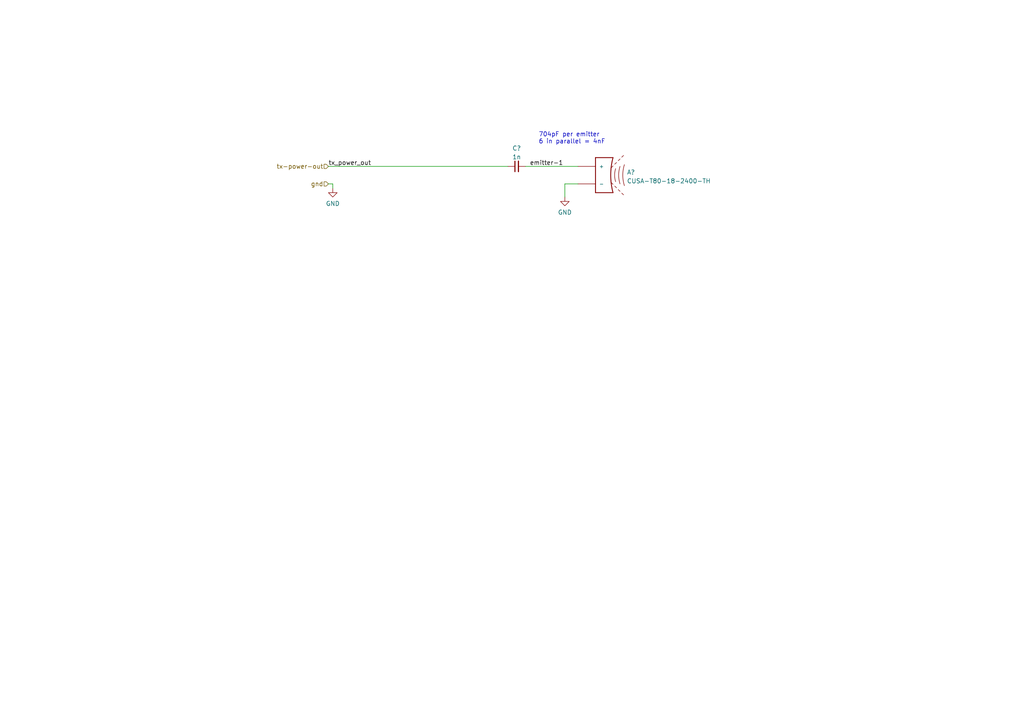
<source format=kicad_sch>
(kicad_sch (version 20211123) (generator eeschema)
  (paper "A4")
  (lib_symbols
    (symbol "CUSA-T80:CUSA-T80-18-2400-TH" (pin_numbers hide) (pin_names (offset 1.016))
      (property "Reference" "A" (at -3.0988 6.604 0))
      (property "Value" "CUSA-T80-18-2400-TH" (at -3.556 -5.842 0))
      (symbol "CUSA-T80-18-2400-TH_0_0"
        (polyline (pts (xy -2.54 -5.08) (xy -2.54 5.08)) (stroke (width 0.254)))
        (polyline (pts (xy -2.54 5.08) (xy 2.54 5.08)) (stroke (width 0.254)))
        (polyline (pts (xy 2.032 -2.159) (xy 2.54 -2.667)) (stroke (width 0.1524)))
        (polyline (pts (xy 2.032 2.159) (xy 2.54 2.667)) (stroke (width 0.1524)))
        (polyline (pts (xy 2.54 -5.08) (xy -2.54 -5.08)) (stroke (width 0.254)))
        (polyline (pts (xy 3.048 3.175) (xy 3.556 3.683)) (stroke (width 0.1524)))
        (polyline (pts (xy 3.556 -3.683) (xy 3.048 -3.175)) (stroke (width 0.1524)))
        (polyline (pts (xy 4.064 4.191) (xy 4.572 4.699)) (stroke (width 0.1524)))
        (polyline (pts (xy 4.572 -4.699) (xy 4.064 -4.191)) (stroke (width 0.1524)))
        (polyline (pts (xy 5.08 5.207) (xy 5.588 5.715)) (stroke (width 0.1524)))
        (polyline (pts (xy 5.588 -5.715) (xy 5.08 -5.207)) (stroke (width 0.1524)))
        (arc (start 2.54 5.08) (mid 1.8709 0) (end 2.54 -5.08) (stroke (width 0.254)))
        (arc (start 3.302 1.905) (mid 3.0089 0) (end 3.302 -1.905) (stroke (width 0.1524)))
        (arc (start 4.572 2.54) (mid 4.1809 0) (end 4.572 -2.54) (stroke (width 0.1524)))
        (arc (start 5.842 3.048) (mid 5.3733 0) (end 5.842 -3.048) (stroke (width 0.1524)))
        (pin passive line (at -7.62 -2.54 0) (length 5.08) (name "-") (number "N"))
        (pin passive line (at -7.62 2.54 0) (length 5.08) (name "+") (number "P"))
      )
    )
    (symbol "Device:C_Small" (pin_numbers hide) (pin_names (offset 0.254) hide)
      (property "Reference" "C" (at 0.254 1.778 0))
      (property "Value" "C_Small" (at 0.254 -2.032 0))
      (symbol "C_Small_0_1"
        (polyline (pts (xy -1.524 -0.508) (xy 1.524 -0.508)) (stroke (width 0.3302)))
        (polyline (pts (xy -1.524 0.508) (xy 1.524 0.508)) (stroke (width 0.3048)))
      )
      (symbol "C_Small_1_1"
        (pin passive line (at 0 2.54 270) (length 2.032) (name "~") (number "1"))
        (pin passive line (at 0 -2.54 90) (length 2.032) (name "~") (number "2"))
      )
    )
    (symbol "power:GND" (power) (pin_names (offset 0))
      (property "Value" "GND" (at 0 -3.81 0))
      (symbol "GND_0_1"
        (polyline (pts (xy 0 0) (xy 0 -1.27) (xy 1.27 -1.27) (xy 0 -2.54) (xy -1.27 -1.27) (xy 0 -1.27)))
      )
      (symbol "GND_1_1"
        (pin power_in line (at 0 0 270) (length 0) hide (name "GND") (number "1"))
      )
    )
  )
  (wire (pts (xy 95.25 53.34) (xy 96.52 53.34)))
  (wire (pts (xy 96.52 54.61) (xy 96.52 53.34)))
  (wire (pts (xy 167.64 53.34) (xy 163.83 53.34)))
  (wire (pts (xy 152.4 48.26) (xy 167.64 48.26)))
  (wire (pts (xy 163.83 53.34) (xy 163.83 57.15)))
  (wire (pts (xy 95.25 48.26) (xy 147.32 48.26)))
  (text "704pF per emitter\n6 in parallel = 4nF" (at 156.21 41.91 0) (effects (font (size 1.27 1.27)) (justify left bottom)))
  (label "emitter-1" (at 153.67 48.26 0))
  (label "tx_power_out" (at 95.25 48.26 0))
  (hierarchical_label "gnd" (shape input) (at 95.25 53.34 180))
  (hierarchical_label "tx-power-out" (shape input) (at 95.25 48.26 180))
  (symbol (lib_id "power:GND") (at 96.52 54.61 0) (unit 1)
    (property "Reference" "#PWR?" (effects hide))
    (property "Value" "GND" (at 96.52 59.0534 0))
  )
  (symbol (lib_id "Device:C_Small") (at 149.86 48.26 90) (unit 1)
    (property "Reference" "C?" (at 149.8663 42.9981 90))
    (property "Value" "1n" (at 149.8663 45.535 90))
  )
  (symbol (lib_id "CUSA-T80:CUSA-T80-18-2400-TH") (at 175.26 50.8 0) (unit 1)
    (property "Reference" "A?" (at 181.8132 49.9653 0) (effects (justify left)))
    (property "Value" "CUSA-T80-18-2400-TH" (at 181.8132 52.5022 0) (effects (justify left)))
    (property "Footprint" "XDCR_CUSA-T80-18-2400-TH" (effects hide))
    (property "Datasheet" "https://www.cuidevices.com/product/resource/digikeypdf/cusa-t80-18-2400-th.pdf" (effects hide))
    (property "STANDARD" "Manufacturer Recommendations" (effects hide))
    (property "MAXIMUM_PACKAGE_HEIGHT" "12.3 mm" (effects hide))
    (property "MANUFACTURER" "CUI" (effects hide))
    (property "PARTREV" "1.0" (effects hide))
  )
  (symbol (lib_id "power:GND") (at 163.83 57.15 0) (unit 1)
    (property "Reference" "#PWR?" (effects hide))
    (property "Value" "GND" (at 163.83 61.5934 0))
  )
)
</source>
